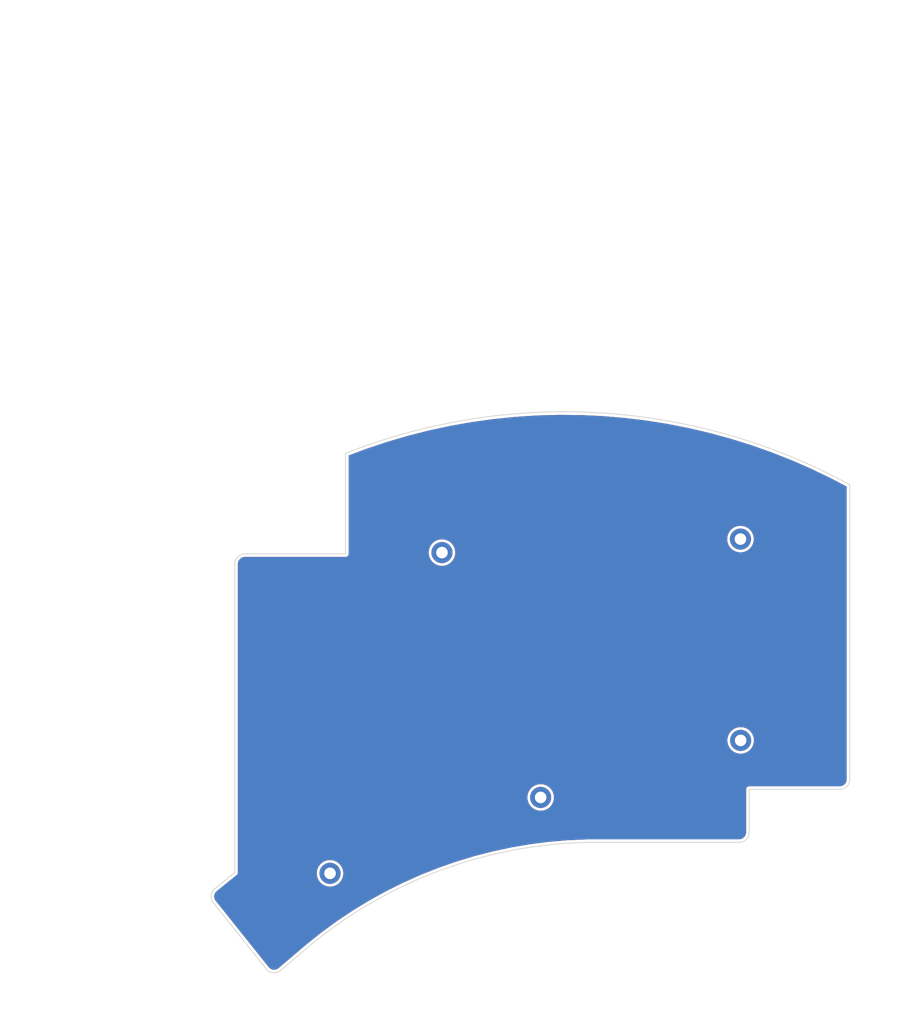
<source format=kicad_pcb>
(kicad_pcb (version 20171130) (host pcbnew 5.1.8)

  (general
    (thickness 1.6)
    (drawings 18)
    (tracks 0)
    (zones 0)
    (modules 5)
    (nets 1)
  )

  (page A4)
  (layers
    (0 F.Cu signal)
    (31 B.Cu signal)
    (32 B.Adhes user)
    (33 F.Adhes user)
    (34 B.Paste user)
    (35 F.Paste user)
    (36 B.SilkS user)
    (37 F.SilkS user)
    (38 B.Mask user)
    (39 F.Mask user)
    (40 Dwgs.User user)
    (41 Cmts.User user)
    (42 Eco1.User user)
    (43 Eco2.User user)
    (44 Edge.Cuts user)
    (45 Margin user)
    (46 B.CrtYd user)
    (47 F.CrtYd user)
    (48 B.Fab user)
    (49 F.Fab user)
  )

  (setup
    (last_trace_width 0.25)
    (user_trace_width 0.25)
    (user_trace_width 0.5)
    (trace_clearance 0.2)
    (zone_clearance 0.508)
    (zone_45_only no)
    (trace_min 0.2)
    (via_size 0.4)
    (via_drill 0.3)
    (via_min_size 0.4)
    (via_min_drill 0.3)
    (uvia_size 0.3)
    (uvia_drill 0.1)
    (uvias_allowed no)
    (uvia_min_size 0.2)
    (uvia_min_drill 0.1)
    (edge_width 0.15)
    (segment_width 0.2)
    (pcb_text_width 0.3)
    (pcb_text_size 1.5 1.5)
    (mod_edge_width 0.15)
    (mod_text_size 1 1)
    (mod_text_width 0.15)
    (pad_size 4 4)
    (pad_drill 2.2)
    (pad_to_mask_clearance 0.2)
    (aux_axis_origin 89.73 40.552)
    (visible_elements FFFFE7FF)
    (pcbplotparams
      (layerselection 0x010f0_ffffffff)
      (usegerberextensions true)
      (usegerberattributes false)
      (usegerberadvancedattributes false)
      (creategerberjobfile false)
      (excludeedgelayer true)
      (linewidth 0.100000)
      (plotframeref false)
      (viasonmask false)
      (mode 1)
      (useauxorigin false)
      (hpglpennumber 1)
      (hpglpenspeed 20)
      (hpglpendiameter 15.000000)
      (psnegative false)
      (psa4output false)
      (plotreference true)
      (plotvalue true)
      (plotinvisibletext false)
      (padsonsilk false)
      (subtractmaskfromsilk false)
      (outputformat 1)
      (mirror false)
      (drillshape 0)
      (scaleselection 1)
      (outputdirectory "gerber/"))
  )

  (net 0 "")

  (net_class Default "これは標準のネット クラスです。"
    (clearance 0.2)
    (trace_width 0.25)
    (via_dia 0.4)
    (via_drill 0.3)
    (uvia_dia 0.3)
    (uvia_drill 0.1)
  )

  (net_class GND ""
    (clearance 0.2)
    (trace_width 0.5)
    (via_dia 0.4)
    (via_drill 0.3)
    (uvia_dia 0.3)
    (uvia_drill 0.1)
  )

  (net_class VCC ""
    (clearance 0.2)
    (trace_width 0.5)
    (via_dia 0.4)
    (via_drill 0.3)
    (uvia_dia 0.3)
    (uvia_drill 0.1)
  )

  (module Wire_Pads:SolderWirePad_single_0-8mmDrill (layer F.Cu) (tedit 0) (tstamp 5FC611AC)
    (at 147.835997 105.91722)
    (fp_text reference "" (at 0 0) (layer F.SilkS)
      (effects (font (size 1.27 1.27) (thickness 0.15)))
    )
    (fp_text value "" (at 0 0) (layer F.SilkS)
      (effects (font (size 1.27 1.27) (thickness 0.15)))
    )
    (pad 5 thru_hole circle (at 0 0) (size 4 4) (drill 2.2) (layers *.Cu *.Mask))
  )

  (module Wire_Pads:SolderWirePad_single_0-8mmDrill (layer F.Cu) (tedit 0) (tstamp 5FC610EF)
    (at 107.95 120.28424)
    (fp_text reference "" (at 0 0) (layer F.SilkS)
      (effects (font (size 1.27 1.27) (thickness 0.15)))
    )
    (fp_text value "" (at 0 0) (layer F.SilkS)
      (effects (font (size 1.27 1.27) (thickness 0.15)))
    )
    (pad 4 thru_hole circle (at 0 0) (size 4 4) (drill 2.2) (layers *.Cu *.Mask))
  )

  (module Wire_Pads:SolderWirePad_single_0-8mmDrill (layer F.Cu) (tedit 0) (tstamp 5FC610A8)
    (at 185.70728 95.123)
    (fp_text reference "" (at 0 0) (layer F.SilkS)
      (effects (font (size 1.27 1.27) (thickness 0.15)))
    )
    (fp_text value "" (at 0 0) (layer F.SilkS)
      (effects (font (size 1.27 1.27) (thickness 0.15)))
    )
    (pad 3 thru_hole circle (at 0 0) (size 4 4) (drill 2.2) (layers *.Cu *.Mask))
  )

  (module Wire_Pads:SolderWirePad_single_0-8mmDrill (layer F.Cu) (tedit 0) (tstamp 5FC61055)
    (at 185.674 57.023)
    (fp_text reference "" (at 0 0) (layer F.SilkS)
      (effects (font (size 1.27 1.27) (thickness 0.15)))
    )
    (fp_text value "" (at 0 0) (layer F.SilkS)
      (effects (font (size 1.27 1.27) (thickness 0.15)))
    )
    (pad 2 thru_hole circle (at 0 0) (size 4 4) (drill 2.2) (layers *.Cu *.Mask))
  )

  (module Wire_Pads:SolderWirePad_single_0-8mmDrill (layer F.Cu) (tedit 5EAC29B5) (tstamp 5FC613F3)
    (at 129.146562 59.578774)
    (fp_text reference "" (at 0 0) (layer F.SilkS)
      (effects (font (size 1.27 1.27) (thickness 0.15)))
    )
    (fp_text value "" (at 0 0) (layer F.SilkS)
      (effects (font (size 1.27 1.27) (thickness 0.15)))
    )
    (pad 1 thru_hole circle (at 0 0) (size 4 4) (drill 2.2) (layers *.Cu *.Mask))
  )

  (gr_line (start 85.979 123.317) (end 89.916 120.142) (layer Edge.Cuts) (width 0.15) (tstamp 5FC616F2))
  (gr_line (start 91.821 59.817) (end 110.883323 59.817) (layer Edge.Cuts) (width 0.15) (tstamp 5FC616F1))
  (gr_arc (start 91.821 61.722) (end 91.821 59.817) (angle -90) (layer Edge.Cuts) (width 0.15) (tstamp 5FC616F0))
  (gr_line (start 89.916 61.722) (end 89.916 120.142) (layer Edge.Cuts) (width 0.15) (tstamp 5FC616EF))
  (gr_line (start 110.883323 40.79826) (end 110.883323 59.817) (layer Edge.Cuts) (width 0.15) (tstamp 5FC616EE))
  (gr_line (start 103.910062 134.140931) (end 98.706076 138.557) (layer Edge.Cuts) (width 0.15) (tstamp 5FC5F9B9))
  (gr_line (start 85.979 126.011076) (end 96.012 138.557) (layer Edge.Cuts) (width 0.15))
  (gr_arc (start 87.326038 124.664038) (end 85.979 123.317) (angle -90) (layer Edge.Cuts) (width 0.15) (tstamp 5FC5F866))
  (gr_line (start 206.375 102.489) (end 206.375 46.736) (layer Edge.Cuts) (width 0.15) (tstamp 5FC5F81C))
  (gr_arc (start 97.359038 137.209962) (end 96.012 138.557) (angle -90) (layer Edge.Cuts) (width 0.15) (tstamp 5FC5F705))
  (gr_line (start 185.42 114.427) (end 156.972 114.427) (layer Edge.Cuts) (width 0.15))
  (gr_line (start 187.325 112.522) (end 187.325 104.394) (layer Edge.Cuts) (width 0.15) (tstamp 5FC5F73F))
  (gr_line (start 204.47 104.394) (end 187.325 104.394) (layer Edge.Cuts) (width 0.15) (tstamp 5FC5F725))
  (gr_arc (start 204.47 102.489) (end 204.47 104.394) (angle -90) (layer Edge.Cuts) (width 0.15) (tstamp 5FC5F705))
  (gr_arc (start 185.42 112.522) (end 185.42 114.427) (angle -90) (layer Edge.Cuts) (width 0.15))
  (gr_arc (start 152.28354 145.818426) (end 206.375 46.736) (angle -50.1461367) (layer Edge.Cuts) (width 0.15))
  (gr_arc (start 158.479152 199.75126) (end 156.972 114.427) (angle -38.73884586) (layer Edge.Cuts) (width 0.15))
  (gr_line (start 45.503294 -44.952764) (end 45.503294 -44.952764) (layer Eco2.User) (width 0.1) (tstamp 5FC58DD6))

  (zone (net 0) (net_name "") (layer F.Cu) (tstamp 0) (hatch edge 0.508)
    (connect_pads (clearance 0.508))
    (min_thickness 0.254)
    (fill yes (arc_segments 32) (thermal_gap 0.508) (thermal_bridge_width 0.508))
    (polygon
      (pts
        (xy 215.265 25.019) (xy 215.011 133.858) (xy 75.438 148.844) (xy 78.359 23.495)
      )
    )
    (filled_polygon
      (pts
        (xy 155.386403 33.685626) (xy 159.493263 33.874634) (xy 163.590472 34.214009) (xy 167.672482 34.703291) (xy 171.733814 35.341824)
        (xy 175.76902 36.12875) (xy 179.772667 37.063009) (xy 183.739423 38.143358) (xy 187.663908 39.368333) (xy 191.540885 40.736299)
        (xy 195.365092 42.245396) (xy 199.131472 43.89363) (xy 202.835607 45.679101) (xy 205.665001 47.165077) (xy 205.665 102.454271)
        (xy 205.638901 102.720449) (xy 205.571684 102.943084) (xy 205.462506 103.148417) (xy 205.315522 103.328637) (xy 205.136333 103.476876)
        (xy 204.931761 103.587488) (xy 204.709606 103.656257) (xy 204.445655 103.684) (xy 187.359877 103.684) (xy 187.325 103.680565)
        (xy 187.290123 103.684) (xy 187.185816 103.694273) (xy 187.05198 103.734872) (xy 186.928637 103.8008) (xy 186.820525 103.889525)
        (xy 186.7318 103.997637) (xy 186.665872 104.12098) (xy 186.625273 104.254816) (xy 186.611565 104.394) (xy 186.615001 104.428887)
        (xy 186.615 112.487271) (xy 186.588901 112.753449) (xy 186.521684 112.976084) (xy 186.412506 113.181417) (xy 186.265522 113.361637)
        (xy 186.086333 113.509876) (xy 185.881761 113.620488) (xy 185.659606 113.689257) (xy 185.395655 113.717) (xy 156.937123 113.717)
        (xy 156.929824 113.717719) (xy 156.452785 113.727556) (xy 156.444328 113.727908) (xy 156.435825 113.728108) (xy 152.865016 113.887186)
        (xy 152.835341 113.889131) (xy 149.274326 114.197599) (xy 149.244758 114.200785) (xy 145.699785 114.658102) (xy 145.670377 114.662524)
        (xy 142.147663 115.267888) (xy 142.118466 115.273537) (xy 138.624192 116.025886) (xy 138.595257 116.032753) (xy 138.595245 116.032756)
        (xy 135.135554 116.930766) (xy 135.106932 116.938839) (xy 131.687867 117.980943) (xy 131.659608 117.990207) (xy 131.659593 117.990213)
        (xy 128.287183 119.174572) (xy 128.259337 119.185011) (xy 124.939464 120.50956) (xy 124.912079 120.521156) (xy 121.650587 121.983564)
        (xy 121.623712 121.996297) (xy 121.623693 121.996307) (xy 118.426318 123.594) (xy 118.4 123.607847) (xy 118.39998 123.607859)
        (xy 115.272316 125.338042) (xy 115.246601 125.352979) (xy 115.24658 125.352992) (xy 112.194114 127.21263) (xy 112.169047 127.22863)
        (xy 109.197111 129.214474) (xy 109.172736 129.23151) (xy 106.286566 131.340064) (xy 106.276334 131.347874) (xy 106.262926 131.358106)
        (xy 103.486274 133.570777) (xy 103.477266 133.577013) (xy 98.25107 138.01193) (xy 98.021917 138.200158) (xy 97.816958 138.310056)
        (xy 97.594566 138.378048) (xy 97.3632 138.40155) (xy 97.131669 138.379663) (xy 96.908806 138.313225) (xy 96.70309 138.204763)
        (xy 96.522441 138.058477) (xy 86.533886 125.568131) (xy 86.53388 125.568121) (xy 86.533763 125.567977) (xy 86.511714 125.540405)
        (xy 86.50847 125.537077) (xy 86.335842 125.326917) (xy 86.225944 125.121958) (xy 86.157952 124.899566) (xy 86.13445 124.6682)
        (xy 86.156337 124.43667) (xy 86.222775 124.213806) (xy 86.331239 124.008087) (xy 86.478373 123.826391) (xy 90.309659 120.736645)
        (xy 90.312363 120.7352) (xy 90.364055 120.692777) (xy 90.388852 120.67278) (xy 90.391025 120.670644) (xy 90.420475 120.646475)
        (xy 90.440778 120.621735) (xy 90.463597 120.599304) (xy 90.485029 120.567815) (xy 90.5092 120.538363) (xy 90.524288 120.510136)
        (xy 90.542291 120.483685) (xy 90.557168 120.448621) (xy 90.575128 120.41502) (xy 90.584419 120.384391) (xy 90.596916 120.354937)
        (xy 90.604666 120.317646) (xy 90.615727 120.281184) (xy 90.618864 120.249334) (xy 90.625375 120.218005) (xy 90.625701 120.179913)
        (xy 90.626 120.176877) (xy 90.626 120.144982) (xy 90.626572 120.078152) (xy 90.626 120.075142) (xy 90.626 120.024715)
        (xy 105.315 120.024715) (xy 105.315 120.543765) (xy 105.416261 121.052841) (xy 105.614893 121.532381) (xy 105.903262 121.963955)
        (xy 106.270285 122.330978) (xy 106.701859 122.619347) (xy 107.181399 122.817979) (xy 107.690475 122.91924) (xy 108.209525 122.91924)
        (xy 108.718601 122.817979) (xy 109.198141 122.619347) (xy 109.629715 122.330978) (xy 109.996738 121.963955) (xy 110.285107 121.532381)
        (xy 110.483739 121.052841) (xy 110.585 120.543765) (xy 110.585 120.024715) (xy 110.483739 119.515639) (xy 110.285107 119.036099)
        (xy 109.996738 118.604525) (xy 109.629715 118.237502) (xy 109.198141 117.949133) (xy 108.718601 117.750501) (xy 108.209525 117.64924)
        (xy 107.690475 117.64924) (xy 107.181399 117.750501) (xy 106.701859 117.949133) (xy 106.270285 118.237502) (xy 105.903262 118.604525)
        (xy 105.614893 119.036099) (xy 105.416261 119.515639) (xy 105.315 120.024715) (xy 90.626 120.024715) (xy 90.626 105.657695)
        (xy 145.200997 105.657695) (xy 145.200997 106.176745) (xy 145.302258 106.685821) (xy 145.50089 107.165361) (xy 145.789259 107.596935)
        (xy 146.156282 107.963958) (xy 146.587856 108.252327) (xy 147.067396 108.450959) (xy 147.576472 108.55222) (xy 148.095522 108.55222)
        (xy 148.604598 108.450959) (xy 149.084138 108.252327) (xy 149.515712 107.963958) (xy 149.882735 107.596935) (xy 150.171104 107.165361)
        (xy 150.369736 106.685821) (xy 150.470997 106.176745) (xy 150.470997 105.657695) (xy 150.369736 105.148619) (xy 150.171104 104.669079)
        (xy 149.882735 104.237505) (xy 149.515712 103.870482) (xy 149.084138 103.582113) (xy 148.604598 103.383481) (xy 148.095522 103.28222)
        (xy 147.576472 103.28222) (xy 147.067396 103.383481) (xy 146.587856 103.582113) (xy 146.156282 103.870482) (xy 145.789259 104.237505)
        (xy 145.50089 104.669079) (xy 145.302258 105.148619) (xy 145.200997 105.657695) (xy 90.626 105.657695) (xy 90.626 94.863475)
        (xy 183.07228 94.863475) (xy 183.07228 95.382525) (xy 183.173541 95.891601) (xy 183.372173 96.371141) (xy 183.660542 96.802715)
        (xy 184.027565 97.169738) (xy 184.459139 97.458107) (xy 184.938679 97.656739) (xy 185.447755 97.758) (xy 185.966805 97.758)
        (xy 186.475881 97.656739) (xy 186.955421 97.458107) (xy 187.386995 97.169738) (xy 187.754018 96.802715) (xy 188.042387 96.371141)
        (xy 188.241019 95.891601) (xy 188.34228 95.382525) (xy 188.34228 94.863475) (xy 188.241019 94.354399) (xy 188.042387 93.874859)
        (xy 187.754018 93.443285) (xy 187.386995 93.076262) (xy 186.955421 92.787893) (xy 186.475881 92.589261) (xy 185.966805 92.488)
        (xy 185.447755 92.488) (xy 184.938679 92.589261) (xy 184.459139 92.787893) (xy 184.027565 93.076262) (xy 183.660542 93.443285)
        (xy 183.372173 93.874859) (xy 183.173541 94.354399) (xy 183.07228 94.863475) (xy 90.626 94.863475) (xy 90.626 61.756728)
        (xy 90.652098 61.490554) (xy 90.719315 61.267919) (xy 90.828495 61.062581) (xy 90.975479 60.882361) (xy 91.154668 60.734123)
        (xy 91.35924 60.623511) (xy 91.581397 60.554742) (xy 91.845344 60.527) (xy 110.848446 60.527) (xy 110.883323 60.530435)
        (xy 110.9182 60.527) (xy 111.022507 60.516727) (xy 111.156343 60.476128) (xy 111.279686 60.4102) (xy 111.387798 60.321475)
        (xy 111.476523 60.213363) (xy 111.542451 60.09002) (xy 111.58305 59.956184) (xy 111.596758 59.817) (xy 111.593323 59.782123)
        (xy 111.593323 59.319249) (xy 126.511562 59.319249) (xy 126.511562 59.838299) (xy 126.612823 60.347375) (xy 126.811455 60.826915)
        (xy 127.099824 61.258489) (xy 127.466847 61.625512) (xy 127.898421 61.913881) (xy 128.377961 62.112513) (xy 128.887037 62.213774)
        (xy 129.406087 62.213774) (xy 129.915163 62.112513) (xy 130.394703 61.913881) (xy 130.826277 61.625512) (xy 131.1933 61.258489)
        (xy 131.481669 60.826915) (xy 131.680301 60.347375) (xy 131.781562 59.838299) (xy 131.781562 59.319249) (xy 131.680301 58.810173)
        (xy 131.481669 58.330633) (xy 131.1933 57.899059) (xy 130.826277 57.532036) (xy 130.394703 57.243667) (xy 129.915163 57.045035)
        (xy 129.406087 56.943774) (xy 128.887037 56.943774) (xy 128.377961 57.045035) (xy 127.898421 57.243667) (xy 127.466847 57.532036)
        (xy 127.099824 57.899059) (xy 126.811455 58.330633) (xy 126.612823 58.810173) (xy 126.511562 59.319249) (xy 111.593323 59.319249)
        (xy 111.593323 56.763475) (xy 183.039 56.763475) (xy 183.039 57.282525) (xy 183.140261 57.791601) (xy 183.338893 58.271141)
        (xy 183.627262 58.702715) (xy 183.994285 59.069738) (xy 184.425859 59.358107) (xy 184.905399 59.556739) (xy 185.414475 59.658)
        (xy 185.933525 59.658) (xy 186.442601 59.556739) (xy 186.922141 59.358107) (xy 187.353715 59.069738) (xy 187.720738 58.702715)
        (xy 188.009107 58.271141) (xy 188.207739 57.791601) (xy 188.309 57.282525) (xy 188.309 56.763475) (xy 188.207739 56.254399)
        (xy 188.009107 55.774859) (xy 187.720738 55.343285) (xy 187.353715 54.976262) (xy 186.922141 54.687893) (xy 186.442601 54.489261)
        (xy 185.933525 54.388) (xy 185.414475 54.388) (xy 184.905399 54.489261) (xy 184.425859 54.687893) (xy 183.994285 54.976262)
        (xy 183.627262 55.343285) (xy 183.338893 55.774859) (xy 183.140261 56.254399) (xy 183.039 56.763475) (xy 111.593323 56.763475)
        (xy 111.593323 41.291126) (xy 114.995491 40.021479) (xy 118.897354 38.726151) (xy 122.84402 37.574686) (xy 126.830251 36.568608)
        (xy 130.850653 35.70928) (xy 134.899877 34.997846) (xy 138.972408 34.435274) (xy 143.06284 34.02231) (xy 147.165665 33.759512)
        (xy 151.275347 33.647234)
      )
    )
  )
  (zone (net 0) (net_name "") (layer B.Cu) (tstamp 0) (hatch edge 0.508)
    (connect_pads (clearance 0.508))
    (min_thickness 0.254)
    (fill yes (arc_segments 32) (thermal_gap 0.508) (thermal_bridge_width 0.508))
    (polygon
      (pts
        (xy 215.519 24.638) (xy 214.757 134.62) (xy 76.454 147.574) (xy 78.232 23.368)
      )
    )
    (filled_polygon
      (pts
        (xy 155.386403 33.685626) (xy 159.493263 33.874634) (xy 163.590472 34.214009) (xy 167.672482 34.703291) (xy 171.733814 35.341824)
        (xy 175.76902 36.12875) (xy 179.772667 37.063009) (xy 183.739423 38.143358) (xy 187.663908 39.368333) (xy 191.540885 40.736299)
        (xy 195.365092 42.245396) (xy 199.131472 43.89363) (xy 202.835607 45.679101) (xy 205.665001 47.165077) (xy 205.665 102.454271)
        (xy 205.638901 102.720449) (xy 205.571684 102.943084) (xy 205.462506 103.148417) (xy 205.315522 103.328637) (xy 205.136333 103.476876)
        (xy 204.931761 103.587488) (xy 204.709606 103.656257) (xy 204.445655 103.684) (xy 187.359877 103.684) (xy 187.325 103.680565)
        (xy 187.290123 103.684) (xy 187.185816 103.694273) (xy 187.05198 103.734872) (xy 186.928637 103.8008) (xy 186.820525 103.889525)
        (xy 186.7318 103.997637) (xy 186.665872 104.12098) (xy 186.625273 104.254816) (xy 186.611565 104.394) (xy 186.615001 104.428887)
        (xy 186.615 112.487271) (xy 186.588901 112.753449) (xy 186.521684 112.976084) (xy 186.412506 113.181417) (xy 186.265522 113.361637)
        (xy 186.086333 113.509876) (xy 185.881761 113.620488) (xy 185.659606 113.689257) (xy 185.395655 113.717) (xy 156.937123 113.717)
        (xy 156.929824 113.717719) (xy 156.452785 113.727556) (xy 156.444328 113.727908) (xy 156.435825 113.728108) (xy 152.865016 113.887186)
        (xy 152.835341 113.889131) (xy 149.274326 114.197599) (xy 149.244758 114.200785) (xy 145.699785 114.658102) (xy 145.670377 114.662524)
        (xy 142.147663 115.267888) (xy 142.118466 115.273537) (xy 138.624192 116.025886) (xy 138.595257 116.032753) (xy 138.595245 116.032756)
        (xy 135.135554 116.930766) (xy 135.106932 116.938839) (xy 131.687867 117.980943) (xy 131.659608 117.990207) (xy 131.659593 117.990213)
        (xy 128.287183 119.174572) (xy 128.259337 119.185011) (xy 124.939464 120.50956) (xy 124.912079 120.521156) (xy 121.650587 121.983564)
        (xy 121.623712 121.996297) (xy 121.623693 121.996307) (xy 118.426318 123.594) (xy 118.4 123.607847) (xy 118.39998 123.607859)
        (xy 115.272316 125.338042) (xy 115.246601 125.352979) (xy 115.24658 125.352992) (xy 112.194114 127.21263) (xy 112.169047 127.22863)
        (xy 109.197111 129.214474) (xy 109.172736 129.23151) (xy 106.286566 131.340064) (xy 106.276334 131.347874) (xy 106.262926 131.358106)
        (xy 103.486274 133.570777) (xy 103.477266 133.577013) (xy 98.25107 138.01193) (xy 98.021917 138.200158) (xy 97.816958 138.310056)
        (xy 97.594566 138.378048) (xy 97.3632 138.40155) (xy 97.131669 138.379663) (xy 96.908806 138.313225) (xy 96.70309 138.204763)
        (xy 96.522441 138.058477) (xy 86.533886 125.568131) (xy 86.53388 125.568121) (xy 86.533763 125.567977) (xy 86.511714 125.540405)
        (xy 86.50847 125.537077) (xy 86.335842 125.326917) (xy 86.225944 125.121958) (xy 86.157952 124.899566) (xy 86.13445 124.6682)
        (xy 86.156337 124.43667) (xy 86.222775 124.213806) (xy 86.331239 124.008087) (xy 86.478373 123.826391) (xy 90.309659 120.736645)
        (xy 90.312363 120.7352) (xy 90.364055 120.692777) (xy 90.388852 120.67278) (xy 90.391025 120.670644) (xy 90.420475 120.646475)
        (xy 90.440778 120.621735) (xy 90.463597 120.599304) (xy 90.485029 120.567815) (xy 90.5092 120.538363) (xy 90.524288 120.510136)
        (xy 90.542291 120.483685) (xy 90.557168 120.448621) (xy 90.575128 120.41502) (xy 90.584419 120.384391) (xy 90.596916 120.354937)
        (xy 90.604666 120.317646) (xy 90.615727 120.281184) (xy 90.618864 120.249334) (xy 90.625375 120.218005) (xy 90.625701 120.179913)
        (xy 90.626 120.176877) (xy 90.626 120.144982) (xy 90.626572 120.078152) (xy 90.626 120.075142) (xy 90.626 120.024715)
        (xy 105.315 120.024715) (xy 105.315 120.543765) (xy 105.416261 121.052841) (xy 105.614893 121.532381) (xy 105.903262 121.963955)
        (xy 106.270285 122.330978) (xy 106.701859 122.619347) (xy 107.181399 122.817979) (xy 107.690475 122.91924) (xy 108.209525 122.91924)
        (xy 108.718601 122.817979) (xy 109.198141 122.619347) (xy 109.629715 122.330978) (xy 109.996738 121.963955) (xy 110.285107 121.532381)
        (xy 110.483739 121.052841) (xy 110.585 120.543765) (xy 110.585 120.024715) (xy 110.483739 119.515639) (xy 110.285107 119.036099)
        (xy 109.996738 118.604525) (xy 109.629715 118.237502) (xy 109.198141 117.949133) (xy 108.718601 117.750501) (xy 108.209525 117.64924)
        (xy 107.690475 117.64924) (xy 107.181399 117.750501) (xy 106.701859 117.949133) (xy 106.270285 118.237502) (xy 105.903262 118.604525)
        (xy 105.614893 119.036099) (xy 105.416261 119.515639) (xy 105.315 120.024715) (xy 90.626 120.024715) (xy 90.626 105.657695)
        (xy 145.200997 105.657695) (xy 145.200997 106.176745) (xy 145.302258 106.685821) (xy 145.50089 107.165361) (xy 145.789259 107.596935)
        (xy 146.156282 107.963958) (xy 146.587856 108.252327) (xy 147.067396 108.450959) (xy 147.576472 108.55222) (xy 148.095522 108.55222)
        (xy 148.604598 108.450959) (xy 149.084138 108.252327) (xy 149.515712 107.963958) (xy 149.882735 107.596935) (xy 150.171104 107.165361)
        (xy 150.369736 106.685821) (xy 150.470997 106.176745) (xy 150.470997 105.657695) (xy 150.369736 105.148619) (xy 150.171104 104.669079)
        (xy 149.882735 104.237505) (xy 149.515712 103.870482) (xy 149.084138 103.582113) (xy 148.604598 103.383481) (xy 148.095522 103.28222)
        (xy 147.576472 103.28222) (xy 147.067396 103.383481) (xy 146.587856 103.582113) (xy 146.156282 103.870482) (xy 145.789259 104.237505)
        (xy 145.50089 104.669079) (xy 145.302258 105.148619) (xy 145.200997 105.657695) (xy 90.626 105.657695) (xy 90.626 94.863475)
        (xy 183.07228 94.863475) (xy 183.07228 95.382525) (xy 183.173541 95.891601) (xy 183.372173 96.371141) (xy 183.660542 96.802715)
        (xy 184.027565 97.169738) (xy 184.459139 97.458107) (xy 184.938679 97.656739) (xy 185.447755 97.758) (xy 185.966805 97.758)
        (xy 186.475881 97.656739) (xy 186.955421 97.458107) (xy 187.386995 97.169738) (xy 187.754018 96.802715) (xy 188.042387 96.371141)
        (xy 188.241019 95.891601) (xy 188.34228 95.382525) (xy 188.34228 94.863475) (xy 188.241019 94.354399) (xy 188.042387 93.874859)
        (xy 187.754018 93.443285) (xy 187.386995 93.076262) (xy 186.955421 92.787893) (xy 186.475881 92.589261) (xy 185.966805 92.488)
        (xy 185.447755 92.488) (xy 184.938679 92.589261) (xy 184.459139 92.787893) (xy 184.027565 93.076262) (xy 183.660542 93.443285)
        (xy 183.372173 93.874859) (xy 183.173541 94.354399) (xy 183.07228 94.863475) (xy 90.626 94.863475) (xy 90.626 61.756728)
        (xy 90.652098 61.490554) (xy 90.719315 61.267919) (xy 90.828495 61.062581) (xy 90.975479 60.882361) (xy 91.154668 60.734123)
        (xy 91.35924 60.623511) (xy 91.581397 60.554742) (xy 91.845344 60.527) (xy 110.848446 60.527) (xy 110.883323 60.530435)
        (xy 110.9182 60.527) (xy 111.022507 60.516727) (xy 111.156343 60.476128) (xy 111.279686 60.4102) (xy 111.387798 60.321475)
        (xy 111.476523 60.213363) (xy 111.542451 60.09002) (xy 111.58305 59.956184) (xy 111.596758 59.817) (xy 111.593323 59.782123)
        (xy 111.593323 59.319249) (xy 126.511562 59.319249) (xy 126.511562 59.838299) (xy 126.612823 60.347375) (xy 126.811455 60.826915)
        (xy 127.099824 61.258489) (xy 127.466847 61.625512) (xy 127.898421 61.913881) (xy 128.377961 62.112513) (xy 128.887037 62.213774)
        (xy 129.406087 62.213774) (xy 129.915163 62.112513) (xy 130.394703 61.913881) (xy 130.826277 61.625512) (xy 131.1933 61.258489)
        (xy 131.481669 60.826915) (xy 131.680301 60.347375) (xy 131.781562 59.838299) (xy 131.781562 59.319249) (xy 131.680301 58.810173)
        (xy 131.481669 58.330633) (xy 131.1933 57.899059) (xy 130.826277 57.532036) (xy 130.394703 57.243667) (xy 129.915163 57.045035)
        (xy 129.406087 56.943774) (xy 128.887037 56.943774) (xy 128.377961 57.045035) (xy 127.898421 57.243667) (xy 127.466847 57.532036)
        (xy 127.099824 57.899059) (xy 126.811455 58.330633) (xy 126.612823 58.810173) (xy 126.511562 59.319249) (xy 111.593323 59.319249)
        (xy 111.593323 56.763475) (xy 183.039 56.763475) (xy 183.039 57.282525) (xy 183.140261 57.791601) (xy 183.338893 58.271141)
        (xy 183.627262 58.702715) (xy 183.994285 59.069738) (xy 184.425859 59.358107) (xy 184.905399 59.556739) (xy 185.414475 59.658)
        (xy 185.933525 59.658) (xy 186.442601 59.556739) (xy 186.922141 59.358107) (xy 187.353715 59.069738) (xy 187.720738 58.702715)
        (xy 188.009107 58.271141) (xy 188.207739 57.791601) (xy 188.309 57.282525) (xy 188.309 56.763475) (xy 188.207739 56.254399)
        (xy 188.009107 55.774859) (xy 187.720738 55.343285) (xy 187.353715 54.976262) (xy 186.922141 54.687893) (xy 186.442601 54.489261)
        (xy 185.933525 54.388) (xy 185.414475 54.388) (xy 184.905399 54.489261) (xy 184.425859 54.687893) (xy 183.994285 54.976262)
        (xy 183.627262 55.343285) (xy 183.338893 55.774859) (xy 183.140261 56.254399) (xy 183.039 56.763475) (xy 111.593323 56.763475)
        (xy 111.593323 41.291126) (xy 114.995491 40.021479) (xy 118.897354 38.726151) (xy 122.84402 37.574686) (xy 126.830251 36.568608)
        (xy 130.850653 35.70928) (xy 134.899877 34.997846) (xy 138.972408 34.435274) (xy 143.06284 34.02231) (xy 147.165665 33.759512)
        (xy 151.275347 33.647234)
      )
    )
  )
)

</source>
